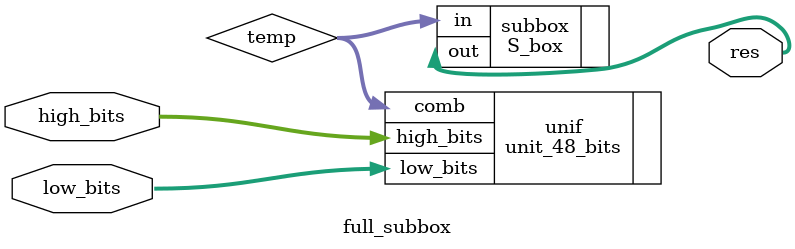
<source format=v>
`timescale 1ns / 1ps


module full_subbox(
    input [31:0] low_bits,
    input [16:0] high_bits,
    output [31:0] res
    );
    wire [47:0] temp;
    unit_48_bits unif(.low_bits(low_bits),.high_bits(high_bits),.comb(temp));
    S_box subbox(.in(temp),.out(res));
endmodule

</source>
